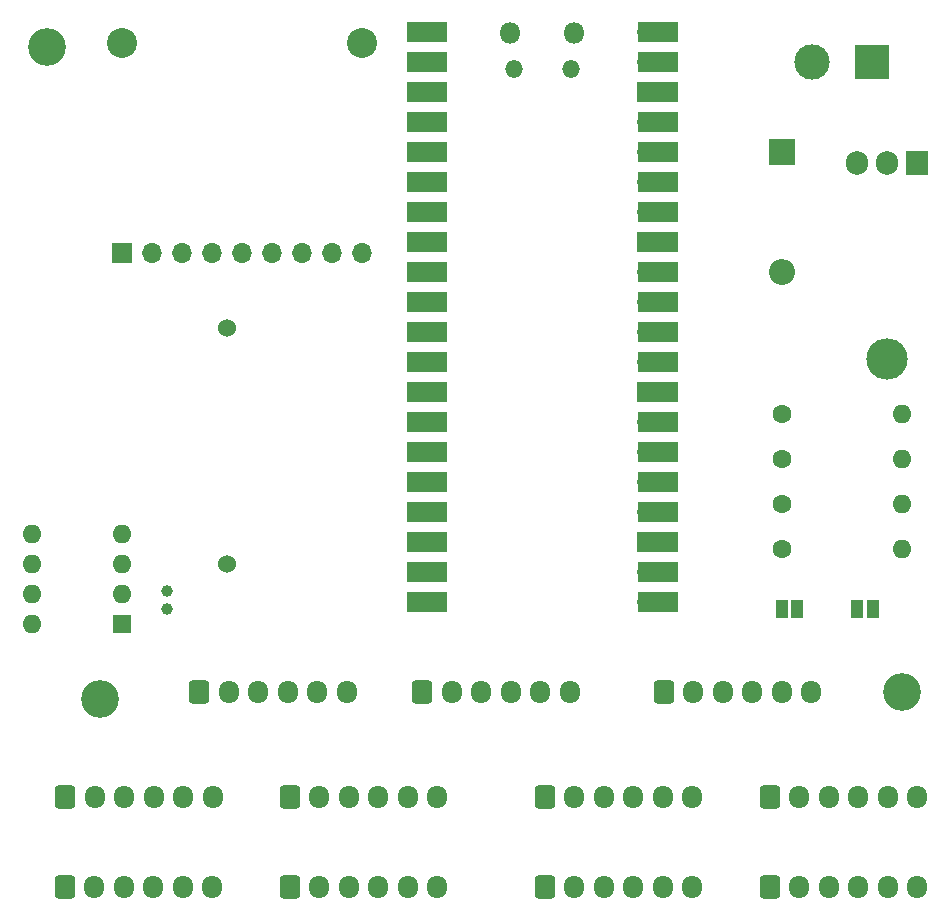
<source format=gts>
%TF.GenerationSoftware,KiCad,Pcbnew,7.0.7*%
%TF.CreationDate,2023-09-20T10:34:10+01:00*%
%TF.ProjectId,telemetry board,74656c65-6d65-4747-9279-20626f617264,rev?*%
%TF.SameCoordinates,Original*%
%TF.FileFunction,Soldermask,Top*%
%TF.FilePolarity,Negative*%
%FSLAX46Y46*%
G04 Gerber Fmt 4.6, Leading zero omitted, Abs format (unit mm)*
G04 Created by KiCad (PCBNEW 7.0.7) date 2023-09-20 10:34:10*
%MOMM*%
%LPD*%
G01*
G04 APERTURE LIST*
G04 Aperture macros list*
%AMRoundRect*
0 Rectangle with rounded corners*
0 $1 Rounding radius*
0 $2 $3 $4 $5 $6 $7 $8 $9 X,Y pos of 4 corners*
0 Add a 4 corners polygon primitive as box body*
4,1,4,$2,$3,$4,$5,$6,$7,$8,$9,$2,$3,0*
0 Add four circle primitives for the rounded corners*
1,1,$1+$1,$2,$3*
1,1,$1+$1,$4,$5*
1,1,$1+$1,$6,$7*
1,1,$1+$1,$8,$9*
0 Add four rect primitives between the rounded corners*
20,1,$1+$1,$2,$3,$4,$5,0*
20,1,$1+$1,$4,$5,$6,$7,0*
20,1,$1+$1,$6,$7,$8,$9,0*
20,1,$1+$1,$8,$9,$2,$3,0*%
G04 Aperture macros list end*
%ADD10C,1.524000*%
%ADD11C,1.600000*%
%ADD12O,1.600000X1.600000*%
%ADD13RoundRect,0.250000X-0.600000X-0.725000X0.600000X-0.725000X0.600000X0.725000X-0.600000X0.725000X0*%
%ADD14O,1.700000X1.950000*%
%ADD15O,1.800000X1.800000*%
%ADD16O,1.500000X1.500000*%
%ADD17O,1.700000X1.700000*%
%ADD18R,3.500000X1.700000*%
%ADD19R,1.700000X1.700000*%
%ADD20R,1.600000X1.600000*%
%ADD21R,1.000000X1.500000*%
%ADD22C,1.000000*%
%ADD23C,2.540000*%
%ADD24R,2.200000X2.200000*%
%ADD25O,2.200000X2.200000*%
%ADD26O,3.500000X3.500000*%
%ADD27R,1.905000X2.000000*%
%ADD28O,1.905000X2.000000*%
%ADD29R,3.000000X3.000000*%
%ADD30C,3.000000*%
%ADD31C,3.200000*%
G04 APERTURE END LIST*
D10*
%TO.C,BT1*%
X110490000Y-80942000D03*
X110490000Y-100942000D03*
%TD*%
D11*
%TO.C,R1*%
X157480000Y-92075000D03*
D12*
X167640000Y-92075000D03*
%TD*%
D13*
%TO.C,J9*%
X137360000Y-120650000D03*
D14*
X139860000Y-120650000D03*
X142360000Y-120650000D03*
X144860000Y-120650000D03*
X147360000Y-120650000D03*
X149860000Y-120650000D03*
%TD*%
D11*
%TO.C,R3*%
X157480000Y-95885000D03*
D12*
X167640000Y-95885000D03*
%TD*%
D15*
%TO.C,U1*%
X134435000Y-56010000D03*
D16*
X134735000Y-59040000D03*
X139585000Y-59040000D03*
D15*
X139885000Y-56010000D03*
D17*
X128270000Y-55880000D03*
D18*
X127370000Y-55880000D03*
D17*
X128270000Y-58420000D03*
D18*
X127370000Y-58420000D03*
D19*
X128270000Y-60960000D03*
D18*
X127370000Y-60960000D03*
D17*
X128270000Y-63500000D03*
D18*
X127370000Y-63500000D03*
D17*
X128270000Y-66040000D03*
D18*
X127370000Y-66040000D03*
D17*
X128270000Y-68580000D03*
D18*
X127370000Y-68580000D03*
D17*
X128270000Y-71120000D03*
D18*
X127370000Y-71120000D03*
D19*
X128270000Y-73660000D03*
D18*
X127370000Y-73660000D03*
D17*
X128270000Y-76200000D03*
D18*
X127370000Y-76200000D03*
D17*
X128270000Y-78740000D03*
D18*
X127370000Y-78740000D03*
D17*
X128270000Y-81280000D03*
D18*
X127370000Y-81280000D03*
D17*
X128270000Y-83820000D03*
D18*
X127370000Y-83820000D03*
D19*
X128270000Y-86360000D03*
D18*
X127370000Y-86360000D03*
D17*
X128270000Y-88900000D03*
D18*
X127370000Y-88900000D03*
D17*
X128270000Y-91440000D03*
D18*
X127370000Y-91440000D03*
D17*
X128270000Y-93980000D03*
D18*
X127370000Y-93980000D03*
D17*
X128270000Y-96520000D03*
D18*
X127370000Y-96520000D03*
D19*
X128270000Y-99060000D03*
D18*
X127370000Y-99060000D03*
D17*
X128270000Y-101600000D03*
D18*
X127370000Y-101600000D03*
D17*
X128270000Y-104140000D03*
D18*
X127370000Y-104140000D03*
D17*
X146050000Y-104140000D03*
D18*
X146950000Y-104140000D03*
D17*
X146050000Y-101600000D03*
D18*
X146950000Y-101600000D03*
D19*
X146050000Y-99060000D03*
D18*
X146950000Y-99060000D03*
D17*
X146050000Y-96520000D03*
D18*
X146950000Y-96520000D03*
D17*
X146050000Y-93980000D03*
D18*
X146950000Y-93980000D03*
D17*
X146050000Y-91440000D03*
D18*
X146950000Y-91440000D03*
D17*
X146050000Y-88900000D03*
D18*
X146950000Y-88900000D03*
D19*
X146050000Y-86360000D03*
D18*
X146950000Y-86360000D03*
D17*
X146050000Y-83820000D03*
D18*
X146950000Y-83820000D03*
D17*
X146050000Y-81280000D03*
D18*
X146950000Y-81280000D03*
D17*
X146050000Y-78740000D03*
D18*
X146950000Y-78740000D03*
D17*
X146050000Y-76200000D03*
D18*
X146950000Y-76200000D03*
D19*
X146050000Y-73660000D03*
D18*
X146950000Y-73660000D03*
D17*
X146050000Y-71120000D03*
D18*
X146950000Y-71120000D03*
D17*
X146050000Y-68580000D03*
D18*
X146950000Y-68580000D03*
D17*
X146050000Y-66040000D03*
D18*
X146950000Y-66040000D03*
D17*
X146050000Y-63500000D03*
D18*
X146950000Y-63500000D03*
D19*
X146050000Y-60960000D03*
D18*
X146950000Y-60960000D03*
D17*
X146050000Y-58420000D03*
D18*
X146950000Y-58420000D03*
D17*
X146050000Y-55880000D03*
D18*
X146950000Y-55880000D03*
%TD*%
D13*
%TO.C,J7*%
X115770000Y-120650000D03*
D14*
X118270000Y-120650000D03*
X120770000Y-120650000D03*
X123270000Y-120650000D03*
X125770000Y-120650000D03*
X128270000Y-120650000D03*
%TD*%
D13*
%TO.C,J4*%
X127000000Y-111760000D03*
D14*
X129500000Y-111760000D03*
X132000000Y-111760000D03*
X134500000Y-111760000D03*
X137000000Y-111760000D03*
X139500000Y-111760000D03*
%TD*%
D20*
%TO.C,U2*%
X101590000Y-106035000D03*
D12*
X101590000Y-103495000D03*
X101590000Y-100955000D03*
X101590000Y-98415000D03*
X93970000Y-98415000D03*
X93970000Y-100955000D03*
X93970000Y-103495000D03*
X93970000Y-106035000D03*
%TD*%
D21*
%TO.C,JP1*%
X165130000Y-104775000D03*
X163830000Y-104775000D03*
%TD*%
D13*
%TO.C,J3*%
X108110000Y-111760000D03*
D14*
X110610000Y-111760000D03*
X113110000Y-111760000D03*
X115610000Y-111760000D03*
X118110000Y-111760000D03*
X120610000Y-111760000D03*
%TD*%
D13*
%TO.C,J10*%
X137360000Y-128270000D03*
D14*
X139860000Y-128270000D03*
X142360000Y-128270000D03*
X144860000Y-128270000D03*
X147360000Y-128270000D03*
X149860000Y-128270000D03*
%TD*%
D22*
%TO.C,Y1*%
X105410000Y-104775000D03*
X105410000Y-103275000D03*
%TD*%
D23*
%TO.C,J2*%
X101600000Y-56832500D03*
X121920000Y-56832500D03*
D19*
X101600000Y-74612500D03*
D17*
X104140000Y-74612500D03*
X106680000Y-74612500D03*
X109220000Y-74612500D03*
X111760000Y-74612500D03*
X114300000Y-74612500D03*
X116840000Y-74612500D03*
X119380000Y-74612500D03*
X121920000Y-74612500D03*
%TD*%
D24*
%TO.C,D1*%
X157480000Y-66040000D03*
D25*
X157480000Y-76200000D03*
%TD*%
D11*
%TO.C,R2*%
X157480000Y-88265000D03*
D12*
X167640000Y-88265000D03*
%TD*%
D13*
%TO.C,J11*%
X156410000Y-120650000D03*
D14*
X158910000Y-120650000D03*
X161410000Y-120650000D03*
X163910000Y-120650000D03*
X166410000Y-120650000D03*
X168910000Y-120650000D03*
%TD*%
D13*
%TO.C,J12*%
X156410000Y-128270000D03*
D14*
X158910000Y-128270000D03*
X161410000Y-128270000D03*
X163910000Y-128270000D03*
X166410000Y-128270000D03*
X168910000Y-128270000D03*
%TD*%
D13*
%TO.C,J8*%
X115770000Y-128270000D03*
D14*
X118270000Y-128270000D03*
X120770000Y-128270000D03*
X123270000Y-128270000D03*
X125770000Y-128270000D03*
X128270000Y-128270000D03*
%TD*%
D26*
%TO.C,U3*%
X166370000Y-83630000D03*
D27*
X168910000Y-66970000D03*
D28*
X166370000Y-66970000D03*
X163830000Y-66970000D03*
%TD*%
D21*
%TO.C,JP2*%
X157465000Y-104775000D03*
X158765000Y-104775000D03*
%TD*%
D11*
%TO.C,R4*%
X157480000Y-99695000D03*
D12*
X167640000Y-99695000D03*
%TD*%
D13*
%TO.C,J6*%
X96720000Y-128270000D03*
D14*
X99220000Y-128270000D03*
X101720000Y-128270000D03*
X104220000Y-128270000D03*
X106720000Y-128270000D03*
X109220000Y-128270000D03*
%TD*%
D29*
%TO.C,J13*%
X165100000Y-58420000D03*
D30*
X160020000Y-58420000D03*
%TD*%
D31*
%TO.C,REF\u002A\u002A*%
X167640000Y-111760000D03*
%TD*%
%TO.C,REF\u002A\u002A*%
X99695000Y-112395000D03*
%TD*%
D13*
%TO.C,J1*%
X147440000Y-111760000D03*
D14*
X149940000Y-111760000D03*
X152440000Y-111760000D03*
X154940000Y-111760000D03*
X157440000Y-111760000D03*
X159940000Y-111760000D03*
%TD*%
D13*
%TO.C,J5*%
X96760000Y-120650000D03*
D14*
X99260000Y-120650000D03*
X101760000Y-120650000D03*
X104260000Y-120650000D03*
X106760000Y-120650000D03*
X109260000Y-120650000D03*
%TD*%
D31*
%TO.C,REF\u002A\u002A*%
X95250000Y-57150000D03*
%TD*%
M02*

</source>
